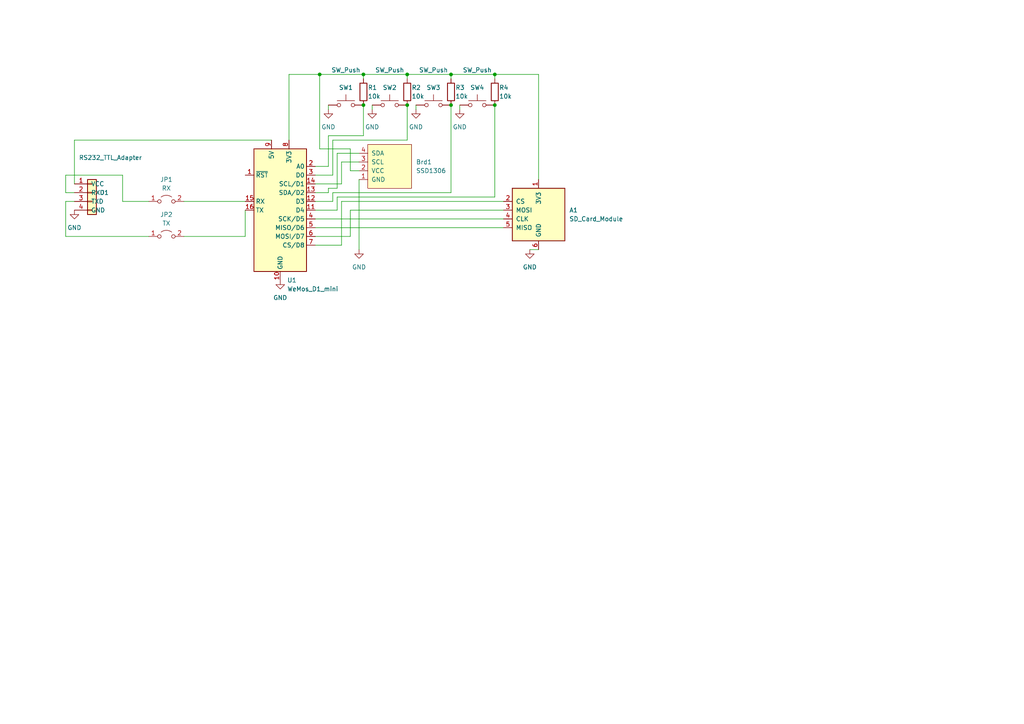
<source format=kicad_sch>
(kicad_sch (version 20211123) (generator eeschema)
  (paper "A4")
  (lib_symbols
    (symbol "Charles:SD_Card_Module" (pin_names (offset 1.016))
      (property "Reference" "A" (at -7.62 10.16 0))
      (property "Value" "SD_Card_Module" (at 10.16 10.16 0))
      (symbol "SD_Card_Module_0_1"
        (rectangle (start -7.62 7.62) (end 7.62 -7.62) (stroke (width 0.254)) (fill (type background)))
      )
      (symbol "SD_Card_Module_1_1"
        (pin power_in line (at 0 10.16 270) (length 2.54) (name "3V3") (number "1"))
        (pin input line (at -10.16 3.81 0) (length 2.54) (name "CS") (number "2"))
        (pin input line (at -10.16 1.27 0) (length 2.54) (name "MOSI") (number "3"))
        (pin input line (at -10.16 -1.27 0) (length 2.54) (name "CLK") (number "4"))
        (pin output line (at -10.16 -3.81 0) (length 2.54) (name "MISO") (number "5"))
        (pin power_in line (at 0 -10.16 90) (length 2.54) (name "GND") (number "6"))
      )
    )
    (symbol "Connector_Generic:Conn_01x04" (pin_names (offset 1.016))
      (property "Reference" "J?" (at 2.54 0.0001 0))
      (property "Value" "Conn_01x04" (at 2.54 -2.5399 0))
      (symbol "Conn_01x04_1_1"
        (rectangle (start -1.27 -4.953) (end 0 -5.207) (stroke (width 0.1524)))
        (rectangle (start -1.27 -2.413) (end 0 -2.667) (stroke (width 0.1524)))
        (rectangle (start -1.27 0.127) (end 0 -0.127) (stroke (width 0.1524)))
        (rectangle (start -1.27 2.667) (end 0 2.413) (stroke (width 0.1524)))
        (rectangle (start -1.27 3.81) (end 1.27 -6.35) (stroke (width 0.254)) (fill (type background)))
        (pin passive line (at -5.08 2.54 0) (length 3.81) (name "VCC") (number "1"))
        (pin passive line (at -5.08 0 0) (length 3.81) (name "RXD") (number "2"))
        (pin passive line (at -5.08 -2.54 0) (length 3.81) (name "TXD") (number "3"))
        (pin passive line (at -5.08 -5.08 0) (length 3.81) (name "GND") (number "4"))
      )
    )
    (symbol "Device:R" (pin_numbers hide) (pin_names (offset 0))
      (property "Reference" "R" (at 2.032 0 90))
      (property "Value" "R" (at 0 0 90))
      (symbol "R_0_1"
        (rectangle (start -1.016 -2.54) (end 1.016 2.54) (stroke (width 0.254)))
      )
      (symbol "R_1_1"
        (pin passive line (at 0 3.81 270) (length 1.27) (name "~") (number "1"))
        (pin passive line (at 0 -3.81 90) (length 1.27) (name "~") (number "2"))
      )
    )
    (symbol "Jumper:Jumper_2_Open" (pin_names (offset 0) hide)
      (property "Reference" "JP" (at 0 2.794 0))
      (property "Value" "Jumper_2_Open" (at 0 -2.286 0))
      (symbol "Jumper_2_Open_0_0"
        (circle (center -2.032 0) (radius 0.508))
        (circle (center 2.032 0) (radius 0.508))
      )
      (symbol "Jumper_2_Open_0_1"
        (arc (start 1.524 1.27) (mid 0 1.778) (end -1.524 1.27))
      )
      (symbol "Jumper_2_Open_1_1"
        (pin passive line (at -5.08 0 0) (length 2.54) (name "A") (number "1"))
        (pin passive line (at 5.08 0 180) (length 2.54) (name "B") (number "2"))
      )
    )
    (symbol "MCU_Module:WeMos_D1_mini"
      (property "Reference" "U" (at 3.81 19.05 0))
      (property "Value" "WeMos_D1_mini" (at 1.27 -19.05 0))
      (symbol "WeMos_D1_mini_1_1"
        (rectangle (start -7.62 17.78) (end 7.62 -17.78) (stroke (width 0.254)) (fill (type background)))
        (pin input line (at -10.16 10.16 0) (length 2.54) (name "~{RST}") (number "1"))
        (pin power_in line (at 0 -20.32 90) (length 2.54) (name "GND") (number "10"))
        (pin bidirectional line (at 10.16 0 180) (length 2.54) (name "D4") (number "11"))
        (pin bidirectional line (at 10.16 2.54 180) (length 2.54) (name "D3") (number "12"))
        (pin bidirectional line (at 10.16 5.08 180) (length 2.54) (name "SDA/D2") (number "13"))
        (pin bidirectional line (at 10.16 7.62 180) (length 2.54) (name "SCL/D1") (number "14"))
        (pin input line (at -10.16 2.54 0) (length 2.54) (name "RX") (number "15"))
        (pin output line (at -10.16 0 0) (length 2.54) (name "TX") (number "16"))
        (pin input line (at 10.16 12.7 180) (length 2.54) (name "A0") (number "2"))
        (pin bidirectional line (at 10.16 10.16 180) (length 2.54) (name "D0") (number "3"))
        (pin bidirectional line (at 10.16 -2.54 180) (length 2.54) (name "SCK/D5") (number "4"))
        (pin bidirectional line (at 10.16 -5.08 180) (length 2.54) (name "MISO/D6") (number "5"))
        (pin bidirectional line (at 10.16 -7.62 180) (length 2.54) (name "MOSI/D7") (number "6"))
        (pin bidirectional line (at 10.16 -10.16 180) (length 2.54) (name "CS/D8") (number "7"))
        (pin power_out line (at 2.54 20.32 270) (length 2.54) (name "3V3") (number "8"))
        (pin power_in line (at -2.54 20.32 270) (length 2.54) (name "5V") (number "9"))
      )
    )
    (symbol "SSD1306:SSD1306" (pin_names (offset 1.016))
      (property "Reference" "Brd" (at 0 -3.81 0))
      (property "Value" "SSD1306" (at 0 -1.27 0))
      (symbol "SSD1306_0_1"
        (rectangle (start -6.35 6.35) (end 6.35 -6.35) (fill (type background)))
      )
      (symbol "SSD1306_1_1"
        (pin input line (at -3.81 8.89 270) (length 2.54) (name "GND") (number "1"))
        (pin input line (at -1.27 8.89 270) (length 2.54) (name "VCC") (number "2"))
        (pin input line (at 1.27 8.89 270) (length 2.54) (name "SCL") (number "3"))
        (pin input line (at 3.81 8.89 270) (length 2.54) (name "SDA") (number "4"))
      )
    )
    (symbol "Switch:SW_Push" (pin_numbers hide) (pin_names (offset 1.016) hide)
      (property "Reference" "SW" (at 1.27 2.54 0))
      (property "Value" "SW_Push" (at 0 -1.524 0))
      (symbol "SW_Push_0_1"
        (circle (center -2.032 0) (radius 0.508))
        (polyline (pts (xy 0 1.27) (xy 0 3.048)))
        (polyline (pts (xy 2.54 1.27) (xy -2.54 1.27)))
        (circle (center 2.032 0) (radius 0.508))
        (pin passive line (at -5.08 0 0) (length 2.54) (name "1") (number "1"))
        (pin passive line (at 5.08 0 180) (length 2.54) (name "2") (number "2"))
      )
    )
    (symbol "power:GND" (power) (pin_names (offset 0))
      (property "Value" "GND" (at 0 -3.81 0))
      (symbol "GND_0_1"
        (polyline (pts (xy 0 0) (xy 0 -1.27) (xy 1.27 -1.27) (xy 0 -2.54) (xy -1.27 -1.27) (xy 0 -1.27)))
      )
      (symbol "GND_1_1"
        (pin power_in line (at 0 0 270) (length 0) hide (name "GND") (number "1"))
      )
    )
  )
  (junction (at 118.11 30.48))
  (junction (at 130.81 30.48))
  (junction (at 105.41 21.59))
  (junction (at 118.11 21.59))
  (junction (at 130.81 21.59))
  (junction (at 105.41 30.48))
  (junction (at 143.51 21.59))
  (junction (at 92.71 21.59))
  (junction (at 143.51 30.48))
  (wire (pts (xy 105.41 21.59) (xy 105.41 22.86)))
  (wire (pts (xy 35.56 58.42) (xy 35.56 50.8)))
  (wire (pts (xy 118.11 21.59) (xy 118.11 22.86)))
  (wire (pts (xy 130.81 21.59) (xy 130.81 22.86)))
  (wire (pts (xy 91.44 53.34) (xy 99.06 53.34)))
  (wire (pts (xy 118.11 40.64) (xy 118.11 30.48)))
  (wire (pts (xy 105.41 39.37) (xy 95.25 39.37)))
  (wire (pts (xy 91.44 58.42) (xy 96.52 58.42)))
  (wire (pts (xy 130.81 55.88) (xy 130.81 30.48)))
  (wire (pts (xy 53.34 58.42) (xy 71.12 58.42)))
  (wire (pts (xy 19.05 58.42) (xy 19.05 68.58)))
  (wire (pts (xy 96.52 40.64) (xy 118.11 40.64)))
  (wire (pts (xy 156.21 21.59) (xy 156.21 52.07)))
  (wire (pts (xy 92.71 21.59) (xy 105.41 21.59)))
  (wire (pts (xy 53.34 68.58) (xy 71.12 68.58)))
  (wire (pts (xy 95.25 55.88) (xy 95.25 54.61)))
  (wire (pts (xy 99.06 58.42) (xy 99.06 71.12)))
  (wire (pts (xy 83.82 21.59) (xy 83.82 40.64)))
  (wire (pts (xy 97.79 57.15) (xy 143.51 57.15)))
  (wire (pts (xy 71.12 68.58) (xy 71.12 60.96)))
  (wire (pts (xy 156.21 72.39) (xy 153.67 72.39)))
  (wire (pts (xy 21.59 40.64) (xy 78.74 40.64)))
  (wire (pts (xy 35.56 50.8) (xy 19.05 50.8)))
  (wire (pts (xy 101.6 68.58) (xy 91.44 68.58)))
  (wire (pts (xy 101.6 49.53) (xy 101.6 43.18)))
  (wire (pts (xy 91.44 50.8) (xy 96.52 50.8)))
  (wire (pts (xy 91.44 66.04) (xy 146.05 66.04)))
  (wire (pts (xy 95.25 54.61) (xy 97.79 54.61)))
  (wire (pts (xy 95.25 31.75) (xy 95.25 30.48)))
  (wire (pts (xy 97.79 44.45) (xy 104.14 44.45)))
  (wire (pts (xy 99.06 58.42) (xy 146.05 58.42)))
  (wire (pts (xy 96.52 58.42) (xy 96.52 55.88)))
  (wire (pts (xy 143.51 21.59) (xy 156.21 21.59)))
  (wire (pts (xy 21.59 53.34) (xy 21.59 40.64)))
  (wire (pts (xy 101.6 43.18) (xy 92.71 43.18)))
  (wire (pts (xy 92.71 21.59) (xy 83.82 21.59)))
  (wire (pts (xy 105.41 30.48) (xy 105.41 39.37)))
  (wire (pts (xy 96.52 55.88) (xy 130.81 55.88)))
  (wire (pts (xy 101.6 60.96) (xy 101.6 68.58)))
  (wire (pts (xy 19.05 68.58) (xy 43.18 68.58)))
  (wire (pts (xy 118.11 21.59) (xy 130.81 21.59)))
  (wire (pts (xy 91.44 63.5) (xy 146.05 63.5)))
  (wire (pts (xy 21.59 58.42) (xy 19.05 58.42)))
  (wire (pts (xy 146.05 60.96) (xy 101.6 60.96)))
  (wire (pts (xy 130.81 21.59) (xy 143.51 21.59)))
  (wire (pts (xy 91.44 48.26) (xy 95.25 48.26)))
  (wire (pts (xy 107.95 31.75) (xy 107.95 30.48)))
  (wire (pts (xy 92.71 21.59) (xy 92.71 43.18)))
  (wire (pts (xy 104.14 52.07) (xy 104.14 72.39)))
  (wire (pts (xy 35.56 58.42) (xy 43.18 58.42)))
  (wire (pts (xy 97.79 54.61) (xy 97.79 44.45)))
  (wire (pts (xy 97.79 60.96) (xy 97.79 57.15)))
  (wire (pts (xy 143.51 57.15) (xy 143.51 30.48)))
  (wire (pts (xy 91.44 60.96) (xy 97.79 60.96)))
  (wire (pts (xy 133.35 31.75) (xy 133.35 30.48)))
  (wire (pts (xy 99.06 53.34) (xy 99.06 46.99)))
  (wire (pts (xy 91.44 55.88) (xy 95.25 55.88)))
  (wire (pts (xy 95.25 39.37) (xy 95.25 48.26)))
  (wire (pts (xy 105.41 21.59) (xy 118.11 21.59)))
  (wire (pts (xy 99.06 71.12) (xy 91.44 71.12)))
  (wire (pts (xy 96.52 40.64) (xy 96.52 50.8)))
  (wire (pts (xy 19.05 50.8) (xy 19.05 55.88)))
  (wire (pts (xy 120.65 31.75) (xy 120.65 30.48)))
  (wire (pts (xy 143.51 21.59) (xy 143.51 22.86)))
  (wire (pts (xy 104.14 49.53) (xy 101.6 49.53)))
  (wire (pts (xy 99.06 46.99) (xy 104.14 46.99)))
  (wire (pts (xy 19.05 55.88) (xy 21.59 55.88)))
  (symbol (lib_id "MCU_Module:WeMos_D1_mini") (at 81.28 60.96 0) (unit 1)
    (property "Reference" "U1" (at 83.2994 81.28 0) (effects (justify left)))
    (property "Value" "WeMos_D1_mini" (at 83.2994 83.82 0) (effects (justify left)))
    (property "Footprint" "Module:WEMOS_D1_mini_light" (effects hide))
    (property "Datasheet" "https://wiki.wemos.cc/products:d1:d1_mini#documentation" (effects hide))
  )
  (symbol (lib_id "power:GND") (at 104.14 72.39 0) (unit 1)
    (property "Reference" "#PWR04" (effects hide))
    (property "Value" "GND" (at 104.14 77.47 0))
  )
  (symbol (lib_id "Device:R") (at 130.81 26.67 0) (unit 1)
    (property "Reference" "R3" (at 132.08 25.4 0) (effects (justify left)))
    (property "Value" "10k" (at 132.08 27.94 0) (effects (justify left)))
    (property "Footprint" "Resistor_THT:R_Axial_DIN0207_L6.3mm_D2.5mm_P7.62mm_Horizontal" (effects hide))
  )
  (symbol (lib_id "Jumper:Jumper_2_Open") (at 48.26 68.58 0) (unit 1)
    (property "Reference" "JP2" (at 48.26 62.23 0))
    (property "Value" "TX" (at 48.26 64.77 0))
    (property "Footprint" "TestPoint:TestPoint_2Pads_Pitch2.54mm_Drill0.8mm" (effects hide))
  )
  (symbol (lib_id "Charles:SD_Card_Module") (at 156.21 62.23 0) (unit 1)
    (property "Reference" "A1" (at 165.1 60.9599 0) (effects (justify left)))
    (property "Value" "SD_Card_Module" (at 165.1 63.4999 0) (effects (justify left)))
    (property "Footprint" "Charleslabs_Parts:SD_Card_Module" (effects hide))
  )
  (symbol (lib_id "power:GND") (at 95.25 31.75 0) (unit 1)
    (property "Reference" "#PWR03" (effects hide))
    (property "Value" "GND" (at 95.25 36.83 0))
  )
  (symbol (lib_id "SSD1306:SSD1306") (at 113.03 48.26 90) (unit 1)
    (property "Reference" "Brd1" (at 120.65 46.9899 90) (effects (justify right)))
    (property "Value" "SSD1306" (at 120.65 49.5299 90) (effects (justify right)))
    (property "Footprint" "SSD1306:128x64OLED" (effects hide))
  )
  (symbol (lib_id "Switch:SW_Push") (at 125.73 30.48 0) (unit 1)
    (property "Reference" "SW3" (at 125.73 25.4 0))
    (property "Value" "SW_Push" (at 125.73 20.32 0))
    (property "Footprint" "Button_Switch_THT:SW_Tactile_SPST_Angled_PTS645Vx58-2LFS" (effects hide))
  )
  (symbol (lib_id "power:GND") (at 107.95 31.75 0) (unit 1)
    (property "Reference" "#PWR05" (effects hide))
    (property "Value" "GND" (at 107.95 36.83 0))
  )
  (symbol (lib_id "Switch:SW_Push") (at 100.33 30.48 0) (unit 1)
    (property "Reference" "SW1" (at 100.33 25.4 0))
    (property "Value" "SW_Push" (at 100.33 20.32 0))
    (property "Footprint" "Button_Switch_THT:SW_Tactile_SPST_Angled_PTS645Vx58-2LFS" (effects hide))
  )
  (symbol (lib_id "Device:R") (at 118.11 26.67 0) (unit 1)
    (property "Reference" "R2" (at 119.38 25.4 0) (effects (justify left)))
    (property "Value" "10k" (at 119.38 27.94 0) (effects (justify left)))
    (property "Footprint" "Resistor_THT:R_Axial_DIN0207_L6.3mm_D2.5mm_P7.62mm_Horizontal" (effects hide))
  )
  (symbol (lib_id "Jumper:Jumper_2_Open") (at 48.26 58.42 0) (unit 1)
    (property "Reference" "JP1" (at 48.26 52.07 0))
    (property "Value" "RX" (at 48.26 54.61 0))
    (property "Footprint" "TestPoint:TestPoint_2Pads_Pitch2.54mm_Drill0.8mm" (effects hide))
  )
  (symbol (lib_id "power:GND") (at 120.65 31.75 0) (unit 1)
    (property "Reference" "#PWR06" (effects hide))
    (property "Value" "GND" (at 120.65 36.83 0))
  )
  (symbol (lib_id "power:GND") (at 153.67 72.39 0) (unit 1)
    (property "Reference" "#PWR08" (effects hide))
    (property "Value" "GND" (at 153.67 77.47 0))
  )
  (symbol (lib_id "power:GND") (at 133.35 31.75 0) (unit 1)
    (property "Reference" "#PWR07" (effects hide))
    (property "Value" "GND" (at 133.35 36.83 0))
  )
  (symbol (lib_id "Switch:SW_Push") (at 138.43 30.48 0) (unit 1)
    (property "Reference" "SW4" (at 138.43 25.4 0))
    (property "Value" "SW_Push" (at 138.43 20.32 0))
    (property "Footprint" "Button_Switch_THT:SW_Tactile_SPST_Angled_PTS645Vx58-2LFS" (effects hide))
  )
  (symbol (lib_id "Connector_Generic:Conn_01x04") (at 26.67 55.88 0) (unit 1)
    (property "Reference" "J1" (at 29.21 55.8799 0) (effects (justify left)))
    (property "Value" "RS232_TTL_Adapter" (at 22.86 45.72 0) (effects (justify left)))
    (property "Footprint" "Connector_PinHeader_2.54mm:PinHeader_1x04_P2.54mm_Vertical" (effects hide))
  )
  (symbol (lib_id "Switch:SW_Push") (at 113.03 30.48 0) (unit 1)
    (property "Reference" "SW2" (at 113.03 25.4 0))
    (property "Value" "SW_Push" (at 113.03 20.32 0))
    (property "Footprint" "Button_Switch_THT:SW_Tactile_SPST_Angled_PTS645Vx58-2LFS" (effects hide))
  )
  (symbol (lib_id "power:GND") (at 81.28 81.28 0) (unit 1)
    (property "Reference" "#PWR02" (effects hide))
    (property "Value" "GND" (at 81.28 86.36 0))
  )
  (symbol (lib_id "Device:R") (at 105.41 26.67 0) (unit 1)
    (property "Reference" "R1" (at 106.68 25.4 0) (effects (justify left)))
    (property "Value" "10k" (at 106.68 27.94 0) (effects (justify left)))
    (property "Footprint" "Resistor_THT:R_Axial_DIN0207_L6.3mm_D2.5mm_P7.62mm_Horizontal" (effects hide))
  )
  (symbol (lib_id "power:GND") (at 21.59 60.96 0) (unit 1)
    (property "Reference" "#PWR01" (effects hide))
    (property "Value" "GND" (at 21.59 66.04 0))
  )
  (symbol (lib_id "Device:R") (at 143.51 26.67 0) (unit 1)
    (property "Reference" "R4" (at 144.78 25.4 0) (effects (justify left)))
    (property "Value" "10k" (at 144.78 27.94 0) (effects (justify left)))
    (property "Footprint" "Resistor_THT:R_Axial_DIN0207_L6.3mm_D2.5mm_P7.62mm_Horizontal" (effects hide))
  )
)
</source>
